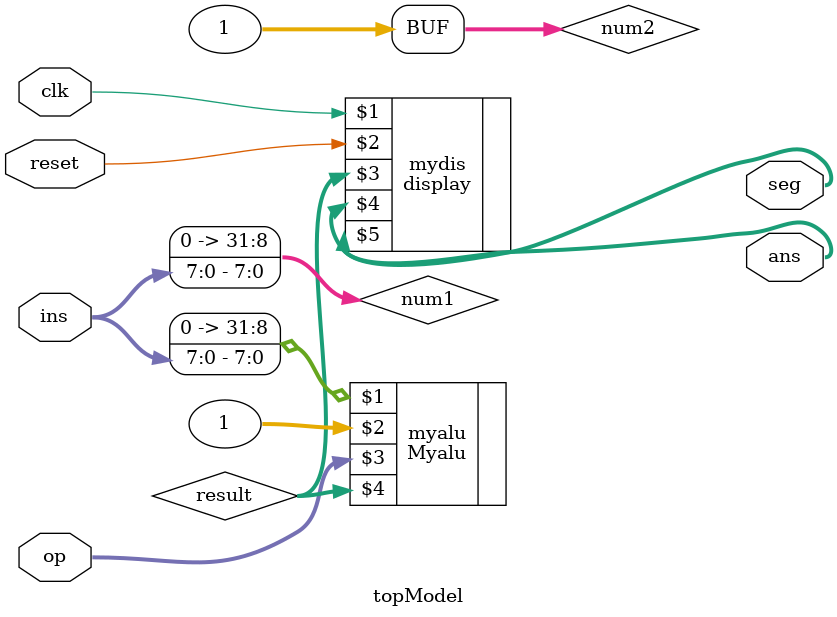
<source format=v>
`timescale 1ns / 1ps


module topModel(
    input wire [7:0] ins,
    input wire [2:0] op,
    input wire clk,reset,
    output wire [6:0]seg,
    output [7:0] ans
    );
    
    reg [31:0] num2 = 32'h01;
    wire [31:0] num1 = {24'b0,ins[7:0]};
    wire [31:0] result;
    Myalu myalu(num1,num2,op,result);
    display mydis(clk,reset,result,seg,ans);
endmodule

</source>
